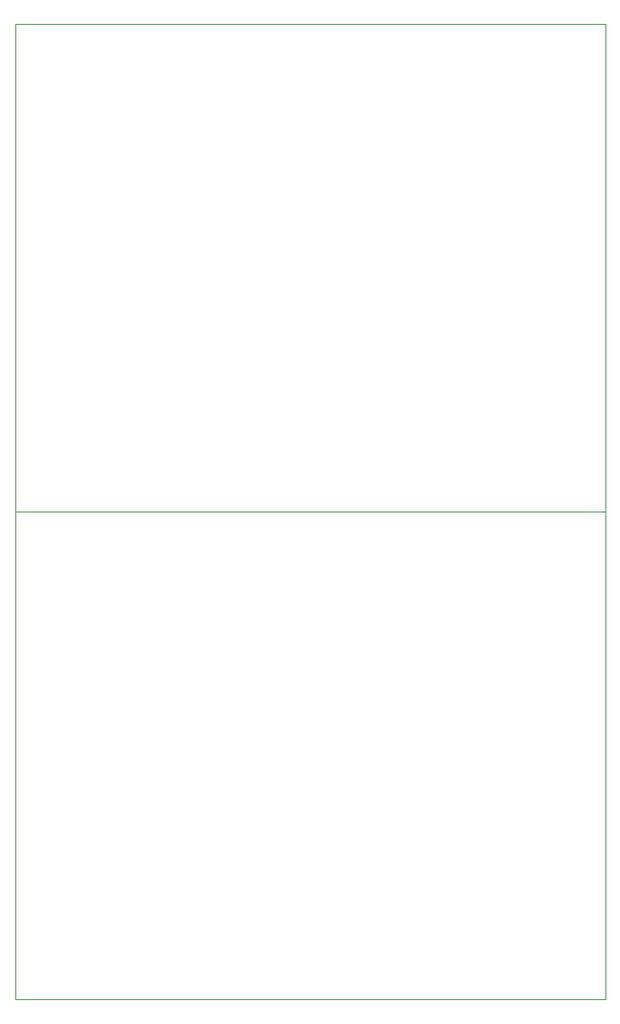
<source format=gbr>
G04 #@! TF.GenerationSoftware,KiCad,Pcbnew,5.1.5-52549c5~86~ubuntu18.04.1*
G04 #@! TF.CreationDate,2020-09-11T14:43:20-05:00*
G04 #@! TF.ProjectId,,58585858-5858-4585-9858-585858585858,rev?*
G04 #@! TF.SameCoordinates,Original*
G04 #@! TF.FileFunction,Profile,NP*
%FSLAX46Y46*%
G04 Gerber Fmt 4.6, Leading zero omitted, Abs format (unit mm)*
G04 Created by KiCad (PCBNEW 5.1.5-52549c5~86~ubuntu18.04.1) date 2020-09-11 14:43:20*
%MOMM*%
%LPD*%
G04 APERTURE LIST*
%ADD10C,0.050000*%
G04 APERTURE END LIST*
D10*
X112430600Y-131506000D02*
X170850600Y-131506000D01*
X112430600Y-83246000D02*
X170850600Y-83246000D01*
X170850600Y-83246000D02*
X170850600Y-131506000D01*
X112430600Y-83246000D02*
X112430600Y-131506000D01*
X170850600Y-34986000D02*
X170850600Y-83246000D01*
X112430600Y-83246000D02*
X170850600Y-83246000D01*
X112430600Y-34986000D02*
X170850600Y-34986000D01*
X112430600Y-34986000D02*
X112430600Y-83246000D01*
M02*

</source>
